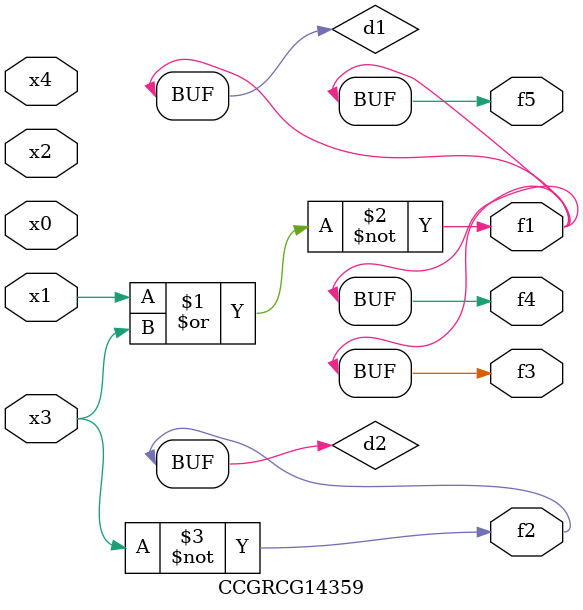
<source format=v>
module CCGRCG14359(
	input x0, x1, x2, x3, x4,
	output f1, f2, f3, f4, f5
);

	wire d1, d2;

	nor (d1, x1, x3);
	not (d2, x3);
	assign f1 = d1;
	assign f2 = d2;
	assign f3 = d1;
	assign f4 = d1;
	assign f5 = d1;
endmodule

</source>
